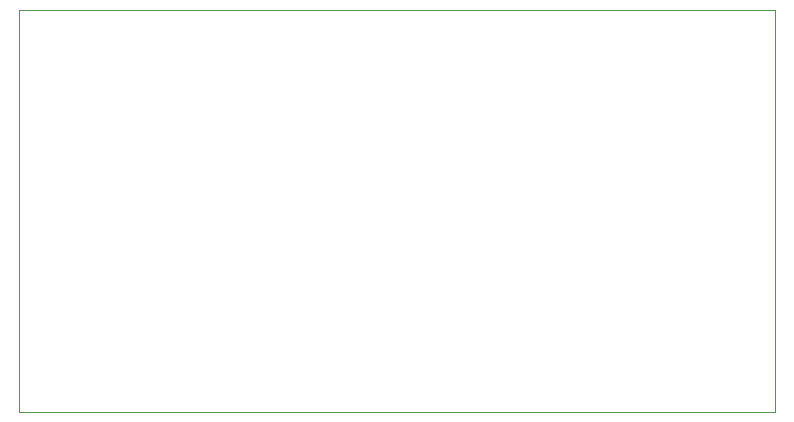
<source format=gbr>
G04 #@! TF.FileFunction,Profile,NP*
%FSLAX46Y46*%
G04 Gerber Fmt 4.6, Leading zero omitted, Abs format (unit mm)*
G04 Created by KiCad (PCBNEW 4.0.7-e2-6376~58~ubuntu16.04.1) date Tue Jul 10 13:30:19 2018*
%MOMM*%
%LPD*%
G01*
G04 APERTURE LIST*
%ADD10C,0.050000*%
G04 APERTURE END LIST*
D10*
X118000000Y-83000000D02*
X118000000Y-117000000D01*
X118000000Y-117000000D02*
X182000000Y-117000000D01*
X182000000Y-117000000D02*
X182000000Y-83000000D01*
X182000000Y-83000000D02*
X118000000Y-83000000D01*
M02*

</source>
